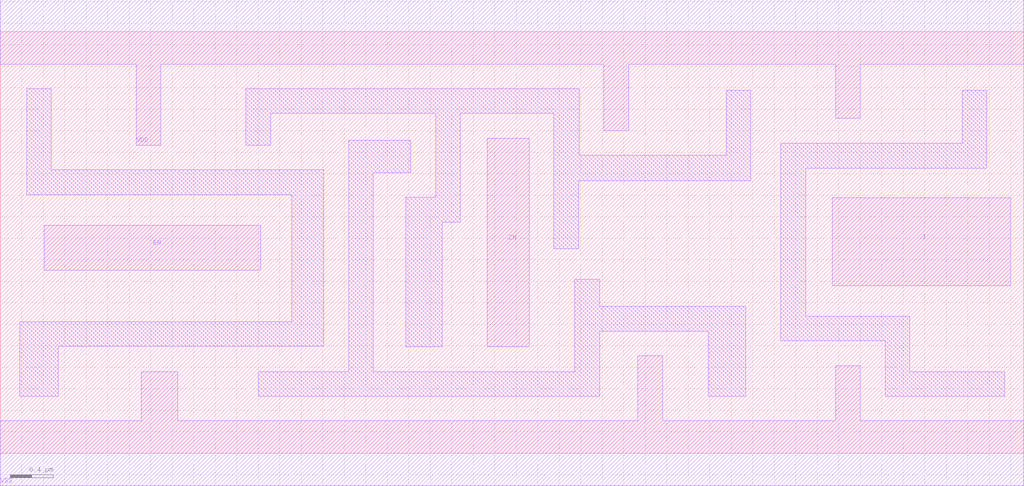
<source format=lef>
# Copyright 2022 GlobalFoundries PDK Authors
#
# Licensed under the Apache License, Version 2.0 (the "License");
# you may not use this file except in compliance with the License.
# You may obtain a copy of the License at
#
#      http://www.apache.org/licenses/LICENSE-2.0
#
# Unless required by applicable law or agreed to in writing, software
# distributed under the License is distributed on an "AS IS" BASIS,
# WITHOUT WARRANTIES OR CONDITIONS OF ANY KIND, either express or implied.
# See the License for the specific language governing permissions and
# limitations under the License.

MACRO gf180mcu_fd_sc_mcu7t5v0__invz_1
  CLASS core ;
  FOREIGN gf180mcu_fd_sc_mcu7t5v0__invz_1 0.0 0.0 ;
  ORIGIN 0 0 ;
  SYMMETRY X Y ;
  SITE GF018hv5v_mcu_sc7 ;
  SIZE 9.52 BY 3.92 ;
  PIN EN
    DIRECTION INPUT ;
    ANTENNAGATEAREA 1.052 ;
    PORT
      LAYER Metal1 ;
        POLYGON 0.41 1.7 2.425 1.7 2.425 2.12 0.41 2.12  ;
    END
  END EN
  PIN I
    DIRECTION INPUT ;
    ANTENNAGATEAREA 0.526 ;
    PORT
      LAYER Metal1 ;
        POLYGON 7.74 1.56 9.34 1.56 9.4 1.56 9.4 2.375 9.34 2.375 7.74 2.375  ;
    END
  END I
  PIN ZN
    DIRECTION OUTPUT ;
    ANTENNADIFFAREA 1.072725 ;
    PORT
      LAYER Metal1 ;
        POLYGON 4.53 0.99 4.92 0.99 4.92 2.93 4.53 2.93  ;
    END
  END ZN
  PIN VDD
    DIRECTION INOUT ;
    USE power ;
    SHAPE ABUTMENT ;
    PORT
      LAYER Metal1 ;
        POLYGON 0 3.62 1.265 3.62 1.265 2.865 1.495 2.865 1.495 3.62 5.615 3.62 5.615 3 5.845 3 5.845 3.62 6.98 3.62 7.77 3.62 7.77 3.115 8 3.115 8 3.62 9.34 3.62 9.52 3.62 9.52 4.22 9.34 4.22 6.98 4.22 0 4.22  ;
    END
  END VDD
  PIN VSS
    DIRECTION INOUT ;
    USE ground ;
    SHAPE ABUTMENT ;
    PORT
      LAYER Metal1 ;
        POLYGON 0 -0.3 9.52 -0.3 9.52 0.3 8 0.3 8 0.815 7.77 0.815 7.77 0.3 6.16 0.3 6.16 0.905 5.93 0.905 5.93 0.3 1.65 0.3 1.65 0.76 1.31 0.76 1.31 0.3 0 0.3  ;
    END
  END VSS
  OBS
      LAYER Metal1 ;
        POLYGON 0.245 2.405 2.71 2.405 2.71 1.225 0.18 1.225 0.18 0.53 0.54 0.53 0.54 0.995 3.01 0.995 3.01 2.635 0.475 2.635 0.475 3.39 0.245 3.39  ;
        POLYGON 2.4 0.53 5.575 0.53 5.575 1.135 6.585 1.135 6.585 0.53 6.935 0.53 6.935 1.365 5.575 1.365 5.575 1.62 5.345 1.62 5.345 0.76 3.47 0.76 3.47 2.61 3.82 2.61 3.82 2.91 3.24 2.91 3.24 0.76 2.4 0.76  ;
        POLYGON 2.285 2.865 2.515 2.865 2.515 3.16 4.05 3.16 4.05 2.38 3.77 2.38 3.77 0.99 4.11 0.99 4.11 2.15 4.28 2.15 4.28 3.16 5.15 3.16 5.15 1.9 5.38 1.9 5.38 2.535 6.98 2.535 6.98 3.375 6.75 3.375 6.75 2.77 5.385 2.77 5.385 3.39 2.285 3.39  ;
        POLYGON 7.26 1.045 8.23 1.045 8.23 0.53 9.34 0.53 9.34 0.76 8.46 0.76 8.46 1.275 7.49 1.275 7.49 2.65 9.175 2.65 9.175 3.375 8.945 3.375 8.945 2.885 7.26 2.885  ;
  END
END gf180mcu_fd_sc_mcu7t5v0__invz_1

</source>
